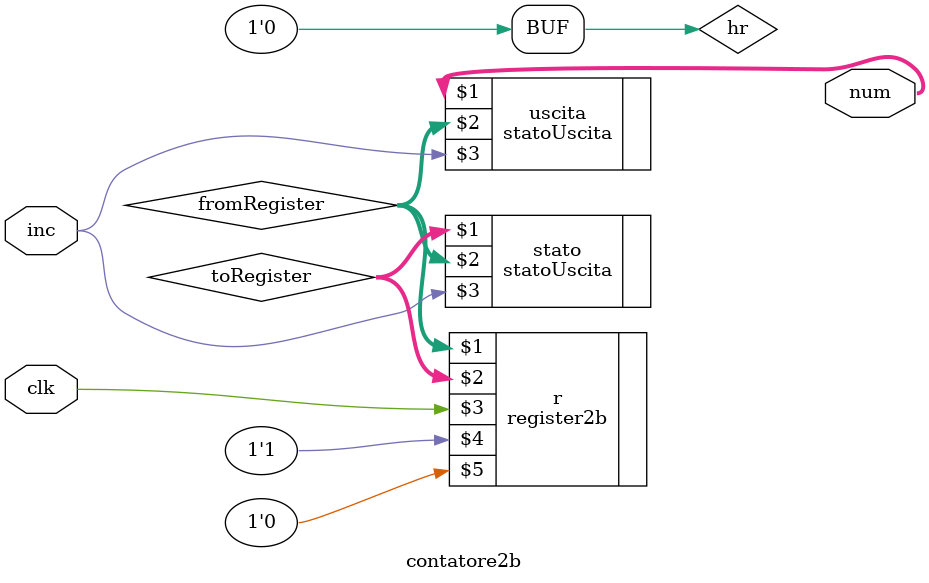
<source format=v>
module contatore2b(
    output [1:0]num,
    input       inc,
    input       clk);
    
    reg hr;
    wire [1:0]fromRegister;
    wire [1:0]toRegister;

    initial begin
        hr = 1;
        #1 hr = 0;
    end

    register2b r(fromRegister, toRegister, clk, 1'b1, hr);
    statoUscita stato (toRegister, fromRegister, inc);
    statoUscita uscita(num, fromRegister, inc);

endmodule
</source>
